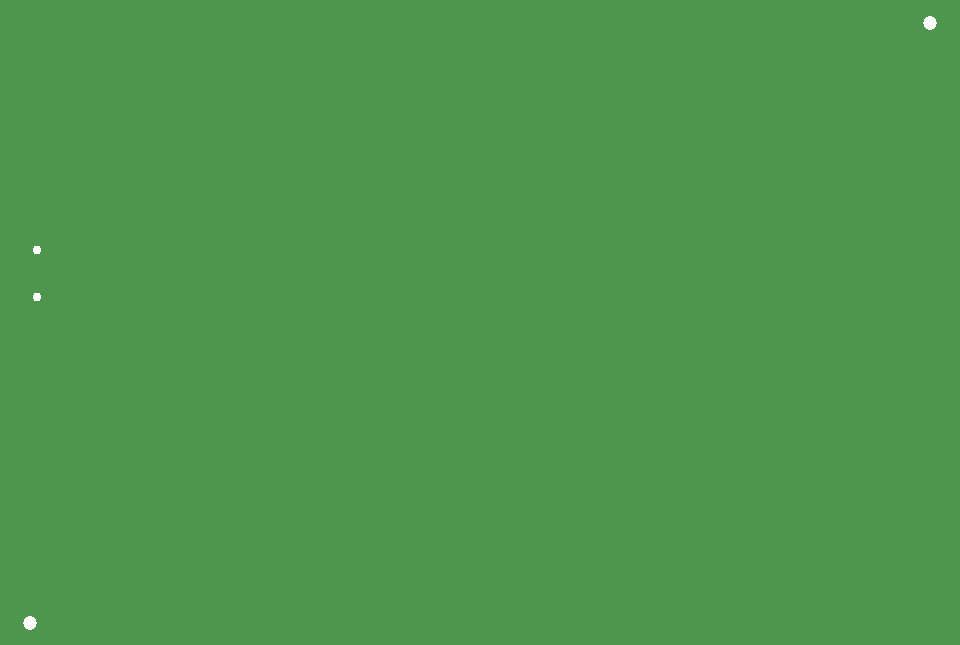
<source format=gbs>
G04 EAGLE Gerber RS-274X export*
G75*
%MOMM*%
%FSLAX34Y34*%
%LPD*%
%INSoldermask Bottom*%
%IPNEG*%
%AMOC8*
5,1,8,0,0,1.08239X$1,22.5*%
G01*
%ADD10C,1.203200*%
%ADD11C,0.753200*%


D10*
X797000Y543000D03*
X35000Y35000D03*
D11*
X40550Y350200D03*
X40550Y310200D03*
M02*

</source>
